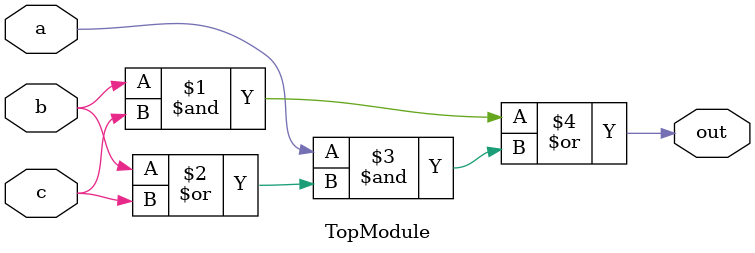
<source format=sv>
module TopModule (
    input logic a,
    input logic b,
    input logic c,
    output logic out
);

    assign out = (b & c) | (a & (b | c));

endmodule
</source>
